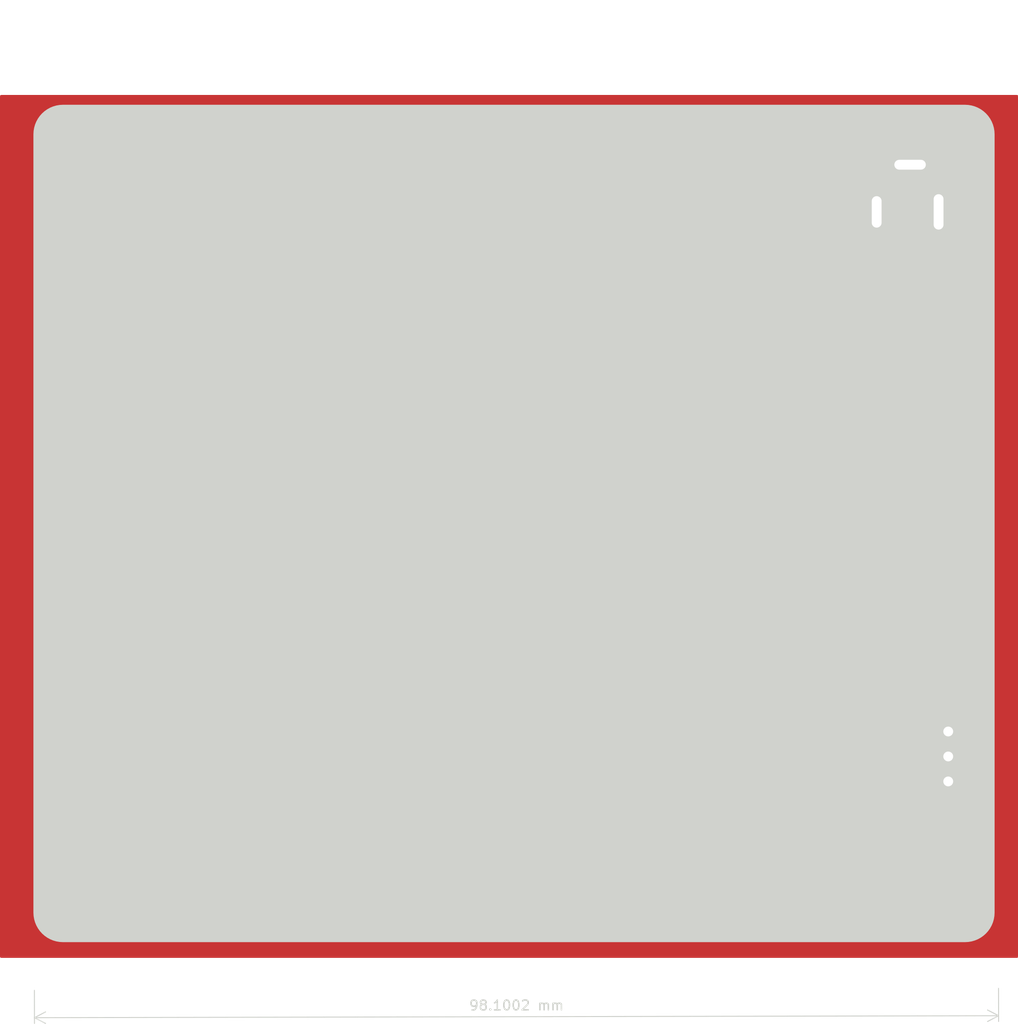
<source format=kicad_pcb>
(kicad_pcb
	(version 20240108)
	(generator "pcbnew")
	(generator_version "8.0")
	(general
		(thickness 1.6)
		(legacy_teardrops no)
	)
	(paper "A4")
	(layers
		(0 "F.Cu" signal)
		(31 "B.Cu" signal)
		(32 "B.Adhes" user "B.Adhesive")
		(33 "F.Adhes" user "F.Adhesive")
		(34 "B.Paste" user)
		(35 "F.Paste" user)
		(36 "B.SilkS" user "B.Silkscreen")
		(37 "F.SilkS" user "F.Silkscreen")
		(38 "B.Mask" user)
		(39 "F.Mask" user)
		(40 "Dwgs.User" user "User.Drawings")
		(41 "Cmts.User" user "User.Comments")
		(42 "Eco1.User" user "User.Eco1")
		(43 "Eco2.User" user "User.Eco2")
		(44 "Edge.Cuts" user)
		(45 "Margin" user)
		(46 "B.CrtYd" user "B.Courtyard")
		(47 "F.CrtYd" user "F.Courtyard")
		(48 "B.Fab" user)
		(49 "F.Fab" user)
		(50 "User.1" user)
		(51 "User.2" user)
		(52 "User.3" user)
		(53 "User.4" user)
		(54 "User.5" user)
		(55 "User.6" user)
		(56 "User.7" user)
		(57 "User.8" user)
		(58 "User.9" user)
	)
	(setup
		(pad_to_mask_clearance 0)
		(allow_soldermask_bridges_in_footprints no)
		(pcbplotparams
			(layerselection 0x0001000_7fffffff)
			(plot_on_all_layers_selection 0x0000000_00000000)
			(disableapertmacros no)
			(usegerberextensions no)
			(usegerberattributes yes)
			(usegerberadvancedattributes yes)
			(creategerberjobfile yes)
			(dashed_line_dash_ratio 12.000000)
			(dashed_line_gap_ratio 3.000000)
			(svgprecision 4)
			(plotframeref no)
			(viasonmask yes)
			(mode 1)
			(useauxorigin no)
			(hpglpennumber 1)
			(hpglpenspeed 20)
			(hpglpendiameter 15.000000)
			(pdf_front_fp_property_popups yes)
			(pdf_back_fp_property_popups yes)
			(dxfpolygonmode yes)
			(dxfimperialunits yes)
			(dxfusepcbnewfont yes)
			(psnegative no)
			(psa4output no)
			(plotreference yes)
			(plotvalue yes)
			(plotfptext yes)
			(plotinvisibletext no)
			(sketchpadsonfab no)
			(subtractmaskfromsilk no)
			(outputformat 1)
			(mirror no)
			(drillshape 0)
			(scaleselection 1)
			(outputdirectory "gerberfiles/")
		)
	)
	(net 0 "")
	(net 1 "GND")
	(net 2 "+5V")
	(net 3 "/REFIN")
	(net 4 "+24V")
	(net 5 "Net-(U1-~LDAC)")
	(net 6 "Net-(U1-~CLR)")
	(net 7 "+3.3V")
	(net 8 "unconnected-(U1-NC_3-Pad2)")
	(net 9 "unconnected-(U1-BIN{slash}~2SCOMP-Pad5)")
	(net 10 "unconnected-(U1-NC_4-Pad6)")
	(net 11 "/SS")
	(net 12 "/SCK")
	(net 13 "/COPI")
	(net 14 "unconnected-(U1-NC_2-Pad12)")
	(net 15 "unconnected-(U1-NC-Pad13)")
	(net 16 "/CIPO")
	(net 17 "unconnected-(U1-VOUTD-Pad22)")
	(net 18 "/12V")
	(net 19 "unconnected-(U2-TP-Pad1)")
	(net 20 "unconnected-(U2-NC-Pad3)")
	(net 21 "unconnected-(U2-TRIM-Pad5)")
	(net 22 "unconnected-(U2-NC-Pad7)")
	(net 23 "unconnected-(U2-TP-Pad8)")
	(net 24 "Net-(J5-Pin_18)")
	(net 25 "Net-(J5-Pin_5)")
	(net 26 "Net-(J5-Pin_19)")
	(net 27 "Net-(J5-Pin_6)")
	(net 28 "Net-(J5-Pin_13)")
	(net 29 "Net-(J5-Pin_7)")
	(net 30 "Net-(J5-Pin_20)")
	(net 31 "Net-(J5-Pin_3)")
	(net 32 "Net-(J5-Pin_9)")
	(net 33 "Net-(J5-Pin_1)")
	(net 34 "Net-(J5-Pin_14)")
	(net 35 "Net-(J5-Pin_8)")
	(net 36 "Net-(J5-Pin_15)")
	(net 37 "Net-(J5-Pin_10)")
	(net 38 "Net-(J5-Pin_11)")
	(net 39 "Net-(J5-Pin_17)")
	(net 40 "Net-(J5-Pin_4)")
	(net 41 "Net-(J5-Pin_2)")
	(net 42 "Net-(J5-Pin_16)")
	(net 43 "Net-(J5-Pin_12)")
	(net 44 "Net-(J6-Pin_13)")
	(net 45 "Net-(J6-Pin_12)")
	(net 46 "Net-(J6-Pin_10)")
	(net 47 "Net-(J6-Pin_14)")
	(net 48 "Net-(J1-Pin_3)")
	(net 49 "Net-(J2-Pin_3)")
	(net 50 "Net-(J3-Pin_3)")
	(net 51 "Net-(J6-Pin_2)")
	(net 52 "Net-(J6-Pin_15)")
	(net 53 "Net-(J6-Pin_18)")
	(net 54 "Net-(J6-Pin_11)")
	(net 55 "Net-(J6-Pin_7)")
	(net 56 "Net-(J6-Pin_9)")
	(net 57 "Net-(J6-Pin_8)")
	(net 58 "Net-(J6-Pin_6)")
	(net 59 "Net-(J6-Pin_4)")
	(footprint "Capacitor_SMD:C_0805_2012Metric_Pad1.18x1.45mm_HandSolder" (layer "F.Cu") (at 155.1375 113.5))
	(footprint "Connector_PinHeader_2.54mm:PinHeader_1x20_P2.54mm_Vertical_SMD_Pin1Left" (layer "F.Cu") (at 173.285 85.37))
	(footprint "Capacitor_SMD:C_0805_2012Metric_Pad1.18x1.45mm_HandSolder" (layer "F.Cu") (at 172 134.9))
	(footprint "fab:PinHeader_1x12_P2.54mm_Vertical_SMD_adapter" (layer "F.Cu") (at 196.97 91.315 -90))
	(footprint "Connector_PinHeader_2.54mm:PinHeader_1x20_P2.54mm_Vertical_SMD_Pin1Left" (layer "F.Cu") (at 133.145 85.39))
	(footprint "fab:PinHeader_1x04_P2.54mm_Vertical_SMD_adapter" (layer "F.Cu") (at 148.86 128.0675 -90))
	(footprint "Connector_PinHeader_2.54mm:PinHeader_1x03_P2.54mm_Vertical_SMD_Pin1Left" (layer "F.Cu") (at 219.7 106.4 -90))
	(footprint "Resistor_SMD:R_0805_2012Metric_Pad1.20x1.40mm_HandSolder" (layer "F.Cu") (at 188 85.2 90))
	(footprint "Capacitor_SMD:C_0805_2012Metric_Pad1.18x1.45mm_HandSolder" (layer "F.Cu") (at 171.9 131.2))
	(footprint "Capacitor_SMD:C_0805_2012Metric_Pad1.18x1.45mm_HandSolder" (layer "F.Cu") (at 155.175 117.5))
	(footprint "Connector_PinHeader_2.54mm:PinHeader_1x03_P2.54mm_Vertical_SMD_Pin1Left" (layer "F.Cu") (at 208.4 81 -90))
	(footprint "Resistor_SMD:R_0805_2012Metric_Pad1.20x1.40mm_HandSolder" (layer "F.Cu") (at 185.9 71.4 180))
	(footprint "Connector_PinHeader_2.54mm:PinHeader_1x03_P2.54mm_Vertical_SMD_Pin1Left" (layer "F.Cu") (at 219.8 89.255 -90))
	(footprint "fab:Button_Omron_B3SN_6.0x6.0mm" (layer "F.Cu") (at 183 63.8 90))
	(footprint "fab:RaspberryPi_PicoW_SocketSMD" (layer "F.Cu") (at 155.76 85.4))
	(footprint "Converter_DCDC:Converter_DCDC_TRACO_TSR-1_THT" (layer "B.Cu") (at 221.0825 121.5675 -90))
	(footprint "DCJ200-10-A-XX-K_REVA:GCT_DCJ200-10-A-XX-K_REVA" (layer "B.Cu") (at 213.55 68.7 90))
	(dimension
		(type aligned)
		(layer "Edge.Cuts")
		(uuid "c4735856-8480-4641-972e-5d1da681e666")
		(pts
			(xy 128.1 147.4) (xy 226.2 147.2)
		)
		(height 3.286603)
		(gr_text "98,1002 mm"
			(at 177.154356 149.436598 0.1168108056)
			(layer "Edge.Cuts")
			(uuid "c4735856-8480-4641-972e-5d1da681e666")
			(effects
				(font
					(size 1 1)
					(thickness 0.15)
				)
			)
		)
		(format
			(prefix "")
			(suffix "")
			(units 3)
			(units_format 1)
			(precision 4)
		)
		(style
			(thickness 0.1)
			(arrow_length 1.27)
			(text_position_mode 0)
			(extension_height 0.58642)
			(extension_offset 0.5) keep_text_aligned)
	)
	(segment
		(start 163 66.35)
		(end 171.6 66.35)
		(width 1)
		(layer "F.Cu")
		(net 1)
		(uuid "0e33d031-374b-430c-99f1-5b0f57da8042")
	)
	(segment
		(start 171.6 66.35)
		(end 171.63 66.32)
		(width 1)
		(layer "F.Cu")
		(net 1)
		(uuid "d2967480-a0c0-4346-b94f-2a6a98e312a2")
	)
	(segment
		(start 171.49 66.46)
		(end 171.63 66.32)
		(width 0.6)
		(layer "F.Cu")
		(net 1)
		(uuid "da629ae8-d365-4480-8fe0-d2e72bc64c87")
	)
	(segment
		(start 158.63 61.27)
		(end 156.2125 63.6875)
		(width 1)
		(layer "F.Cu")
		(net 2)
		(uuid "00d453d4-42a0-4461-80cf-f23f60c23860")
	)
	(segment
		(start 171.6 61.27)
		(end 171.63 61.24)
		(width 1)
		(layer "F.Cu")
		(net 2)
		(uuid "0a20af1c-de81-4685-a9f0-35be41675f0a")
	)
	(segment
		(start 156.2125 126.825)
		(end 153.315 129.7225)
		(width 1)
		(layer "F.Cu")
		(net 2)
		(uuid "3f62c2c4-bd48-48b8-8f70-21d39539e3cf")
	)
	(segment
		(start 156.2125 117.5)
		(end 156.2125 126.825)
		(width 1)
		(layer "F.Cu")
		(net 2)
		(uuid "69b5b6ff-d8d2-4274-8d5b-b311a2d6eabc")
	)
	(segment
		(start 150.13 129.7225)
		(end 153.315 129.7225)
		(width 1)
		(layer "F.Cu")
		(net 2)
		(uuid "6f6db621-4153-432e-9370-3285e79db1d8")
	)
	(segment
		(start 163 61.27)
		(end 158.63 61.27)
		(width 1)
		(layer "F.Cu")
		(net 2)
		(uuid "746559be-32ce-4a24-837e-21c0f152be7f")
	)
	(segment
		(start 171.49 61.38)
		(end 171.63 61.24)
		(width 0.6)
		(layer "F.Cu")
		(net 2)
		(uuid "83b1fea8-c23d-4155-b55d-6724ade96eb0")
	)
	(segment
		(start 163 61.27)
		(end 171.6 61.27)
		(width 1)
		(layer "F.Cu")
		(net 2)
		(uuid "92011605-0c6f-424a-b3a7-7b48064827b4")
	)
	(segment
		(start 156.2125 113.5375)
		(end 156.175 113.5)
		(width 0.6)
		(layer "F.Cu")
		(net 2)
		(uuid "9b14e493-6efd-400d-9a2e-b58094f8f76b")
	)
	(segment
		(start 156.2125 63.6875)
		(end 156.2125 115.2)
		(width 1)
		(layer "F.Cu")
		(net 2)
		(uuid "af8e8c08-d84b-4a42-bcee-c7ef6c6eea0c")
	)
	(segment
		(start 156.2125 115.2)
		(end 156.2125 113.5375)
		(width 1)
		(layer "F.Cu")
		(net 2)
		(uuid "bae13eb7-1c9a-4608-a18b-a454fa9eb51b")
	)
	(segment
		(start 156.2125 117.5)
		(end 156.2125 115.2)
		(width 1)
		(layer "F.Cu")
		(net 2)
		(uuid "dc545613-6575-4096-9695-82c472d27425")
	)
	(segment
		(start 147.59 134.0325)
		(end 147.59 138.7575)
		(width 1)
		(layer "F.Cu")
		(net 3)
		(uuid "326a194e-3d58-4044-bfc6-0886bf38af40")
	)
	(segment
		(start 173.0375 134.58625)
		(end 172.9725 134.52125)
		(width 0.6)
		(layer "F.Cu")
		(net 3)
		(uuid "3ba6d6b8-e357-4791-b4a3-8a8483a88ced")
	)
	(segment
		(start 149.3325 140.5)
		(end 168.2 140.5)
		(width 1)
		(layer "F.Cu")
		(net 3)
		(uuid "456c9f73-bfde-4fcb-82cb-86d9c9d074ce")
	)
	(segment
		(start 173.0375 134.9)
		(end 173.0375 134.58625)
		(width 0.6)
		(layer "F.Cu")
		(net 3)
		(uuid "46eebbd8-4ae2-4bb0-b7ff-e8d053f8c5d2")
	)
	(segment
		(start 193.16 117.402742)
		(end 179.362742 131.2)
		(width 1)
		(layer "F.Cu")
		(net 3)
		(uuid "49780a2b-4fbc-42dd-b714-b1795db85f8f")
	)
	(segment
		(start 179.362742 131.2)
		(end 172.9375 131.2)
		(width 1)
		(layer "F.Cu")
		(net 3)
		(uuid "4ea1476a-e74a-40b9-a51f-6db608349d81")
	)
	(segment
		(start 172.9375 135.7625)
		(end 172.9375 131.2)
		(width 1)
		(layer "F.Cu")
		(net 3)
		(uuid "5874b1d1-1d18-4fd7-b10d-c2111b7b2907")
	)
	(segment
		(start 168.2 140.5)
		(end 172.9375 135.7625)
		(width 1)
		(layer "F.Cu")
		(net 3)
		(uuid "8f9c7054-b03f-411c-9d41-eca9304ed1f9")
	)
	(segment
		(start 193.16 104.9)
		(end 193.16 117.402742)
		(width 1)
		(layer "F.Cu")
		(net 3)
		(uuid "c32578a7-7ede-475a-8dd9-88b305889187")
	)
	(segment
		(start 147.59 138.7575)
		(end 149.3325 140.5)
		(width 1)
		(layer "F.Cu")
		(net 3)
		(uuid "f3edf2c4-1fae-4450-ba9a-896e6c0429cc")
	)
	(segment
		(start 220.1 70.185)
		(end 220.1 68.7)
		(width 1)
		(layer "F.Cu")
		(net 4)
		(uuid "090fd53a-976b-41d4-ba4c-5f8aba2ff2ba")
	)
	(segment
		(start 220.1 85.36)
		(end 222.34 87.6)
		(width 1)
		(layer "F.Cu")
		(net 4)
		(uuid "0a779bcb-e1d5-4612-b380-829aa1b71f05")
	)
	(segment
		(start 222.24 104.745)
		(end 222.24 103.96)
		(width 1)
		(layer "F.Cu")
		(net 4)
		(uuid "1488db5f-3f80-4efd-b7c5-2a658d5fb7c8")
	)
	(segment
		(start 222.24 103.96)
		(end 222.34 103.86)
		(width 1)
		(layer "F.Cu")
		(net 4)
		(uuid "2145c8a6-6e66-4474-9c59-69fd0dd6cf16")
	)
	(segment
		(start 222.24 120.41)
		(end 222.24 104.745)
		(width 1)
		(layer "F.Cu")
		(net 4)
		(uuid "2bcb2b35-687d-4b06-bf3c-66f5bee32082")
	)
	(segment
		(start 210.94 79.345)
		(end 216.8925 73.3925)
		(width 1)
		(layer "F.Cu")
		(net 4)
		(uuid "2cef9c86-8f83-4efa-8f5d-57ecb9939955")
	)
	(segment
		(start 216.8925 73.3925)
		(end 220.1 70.185)
		(width 1)
		(layer "F.Cu")
		(net 4)
		(uuid "6c4295ab-c8f6-4260-9ba3-edea946ba39c")
	)
	(segment
		(start 221.0825 121.5675)
		(end 222.24 120.41)
		(width 1)
		(layer "F.Cu")
		(net 4)
		(uuid "7f644558-e45a-4e29-9c3a-4560b90295c5")
	)
	(segment
		(start 220.1 68.7)
		(end 220.1 85.36)
		(width 1)
		(layer "F.Cu")
		(net 4)
		(uuid "c4a1960f-72f2-48ba-ba96-a24c1fe6b93b")
	)
	(segment
		(start 222.34 103.86)
		(end 222.34 87.6)
		(width 1)
		(layer "F.Cu")
		(net 4)
		(uuid "dd951ea0-5a14-4f16-8e07-f4284583f5c8")
	)
	(segment
		(start 188 86.2)
		(end 188 89.58)
		(width 1)
		(layer "F.Cu")
		(net 5)
		(uuid "20157f31-72cf-4ec0-b82e-1e859d4ccc07")
	)
	(segment
		(start 188 89.58)
		(end 188.08 89.66)
		(width 1)
		(layer "F.Cu")
		(net 5)
		(uuid "b2fc5bb1-a8b1-41f6-a52e-041ae7407605")
	)
	(segment
		(start 185.54 81.86)
		(end 185.54 92.97)
		(width 1)
		(layer "F.Cu")
		(net 6)
		(uuid "10f6a410-f8c9-455c-8c34-2159df30d8a1")
	)
	(segment
		(start 186.9 71.4)
		(end 186.9 80.5)
		(width 1)
		(layer "F.Cu")
		(net 6)
		(uuid "b14806df-17aa-4c46-89a6-ab35946e0a4d")
	)
	(segment
		(start 186.9 80.5)
		(end 185.54 81.86)
		(width 1)
		(layer "F.Cu")
		(net 6)
		(uuid "e8da8c08-438a-46f9-a225-93f4e71935d0")
	)
	(segment
		(start 185 67.3)
		(end 185 71.7)
		(width 1)
		(layer "F.Cu")
		(net 7)
		(uuid "0f49476b-d566-4d8a-afb7-cf5edb4d0887")
	)
	(segment
		(start 171.6 71.43)
		(end 171.63 71.4)
		(width 1)
		(layer "F.Cu")
		(net 7)
		(uuid "267d787b-b4c7-4f5a-a2ac-c7713d75884f")
	)
	(segment
		(start 163.18 71.29)
		(end 163.04 71.43)
		(width 0.6)
		(layer "F.Cu")
		(net 7)
		(uuid "2d192d73-0489-40ab-8316-c083f94c0287")
	)
	(segment
		(start 163 71.43)
		(end 171.6 71.43)
		(width 1)
		(layer "F.Cu")
		(net 7)
		(uuid "32e1963b-56b9-4b7f-817a-e91b87ed350d")
	)
	(segment
		(start 178.95 114.8)
		(end 163 114.8)
		(width 1)
		(layer "F.Cu")
		(net 7)
		(uuid "6763e830-f353-4c5f-af11-68b90f44864c")
	)
	(segment
		(start 171.63 71.4)
		(end 184.9 71.4)
		(width 1)
		(layer "F.Cu")
		(net 7)
		(uuid "763fd000-19fc-4c75-94f8-5f1e86e7de95")
	)
	(segment
		(start 163 114.8)
		(end 159 110.8)
		(width 1)
		(layer "F.Cu")
		(net 7)
		(uuid "78288684-1acd-4038-a350-c9fc6a049c64")
	)
	(segment
		(start 185 67.3)
		(end 185 60.3)
		(width 1)
		(layer "F.Cu")
		(net 7)
		(uuid "7b9d97e8-8eee-430e-a041-44e0c2d7a25e")
	)
	(segment
		(start 184.84 71.34)
		(end 184.9 71.4)
		(width 1)
		(layer "F.Cu")
		(net 7)
		(uuid "8097016b-5023-4456-ae0f-0180f8fa0a4f")
	)
	(segment
		(start 159 110.8)
		(end 159 73.2)
		(width 1)
		(layer "F.Cu")
		(net 7)
		(uuid "905c2e66-80ce-48ee-a379-6cdd79c06703")
	)
	(segment
		(start 185.54 108.21)
		(end 178.95 114.8)
		(width 1)
		(layer "F.Cu")
		(net 7)
		(uuid "9954b115-35a9-415a-a0bb-a3fd4101f2c3")
	)
	(segment
		(start 160.77 71.43)
		(end 163 71.43)
		(width 1)
		(layer "F.Cu")
		(net 7)
		(uuid "9ce2ffb3-e062-4a01-acac-33b30684d212")
	)
	(segment
		(start 159 73.2)
		(end 160.77 71.43)
		(width 1)
		(layer "F.Cu")
		(net 7)
		(uuid "f88f5ce7-c0d6-4b3c-a7d9-8c39df6dfcb0")
	)
	(segment
		(start 193.4 100.4)
		(end 180.6 100.4)
		(width 1)
		(layer "F.Cu")
		(net 11)
		(uuid "0a4740e8-3d7f-4339-8a8c-b7f65107950f")
	)
	(segment
		(start 195.7 92.97)
		(end 195.7 98.1)
		(width 1)
		(layer "F.Cu")
		(net 11)
		(uuid "2286ec84-b8ee-4160-b710-e44c4e68a1d2")
	)
	(segment
		(start 177.94 106.96)
		(end 171.63 106.96)
		(width 1)
		(layer "F.Cu")
		(net 11)
		(uuid "777f79d0-79d6-4675-80e7-7898bbf2adb4")
	)
	(segment
		(start 178.9 106)
		(end 177.94 106.96)
		(width 1)
		(layer "F.Cu")
		(net 11)
		(uuid "87c47855-9617-46c0-a7ae-a9b693dbaac9")
	)
	(segment
		(start 180.6 100.4)
		(end 178.9 102.1)
		(width 1)
		(layer "F.Cu")
		(net 11)
		(uuid "9529c3ab-ac56-42c9-80fb-79c228cbf118")
	)
	(segment
		(start 163.18 106.85)
		(end 163.04 106.99)
		(width 0.6)
		(layer "F.Cu")
		(net 11)
		(uuid "e2c9c49a-c4b9-4709-986b-f409c171e4b7")
	)
	(segment
		(start 178.9 102.1)
		(end 178.9 106)
		(width 1)
		(layer "F.Cu")
		(net 11)
		(uuid "e991a226-2ee8-47ab-89bf-eaf051e84520")
	)
	(segment
		(start 195.7 98.1)
		(end 193.4 100.4)
		(width 1)
		(layer "F.Cu")
		(net 11)
		(uuid "f9006c14-b38b-4dee-b291-f34b9de01ddf")
	)
	(segment
		(start 163 106.99)
		(end 171.6 106.99)
		(width 1)
		(layer "F.Cu")
		(net 11)
		(uuid "fd733e68-b539-4dc0-9c93-1870fdfd3313")
	)
	(segment
		(start 171.6 106.99)
		(end 171.63 106.96)
		(width 1)
		(layer "F.Cu")
		(net 11)
		(uuid "fe71c9f4-0101-4f5b-8b6b-d929477cb9b5")
	)
	(segment
		(start 171.6 101.91)
		(end 171.63 101.88)
		(width 1)
		(layer "F.Cu")
		(net 12)
		(uuid "40334594-b59d-416c-820c-c6cfdcb9a831")
	)
	(segment
		(start 176.355 101.88)
		(end 179.435 98.8)
		(width 1)
		(layer "F.Cu")
		(net 12)
		(uuid "5c46bc1a-e465-4435-9e43-390cadf6122c")
	)
	(segment
		(start 193.16 95.84)
		(end 193.16 89.66)
		(width 1)
		(layer "F.Cu")
		(net 12)
		(uuid "98675d6e-11a2-4769-a45d-bfb524451921")
	)
	(segment
		(start 163 101.91)
		(end 171.6 101.91)
		(width 1)
		(layer "F.Cu")
		(net 12)
		(uuid "9c533b36-870b-4d2e-b067-179525921c1a")
	)
	(segment
		(start 179.435 98.8)
		(end 190.2 98.8)
		(width 1)
		(layer "F.Cu")
		(net 12)
		(uuid "ada0d063-b65f-4f82-8ea3-35d104e9f908")
	)
	(segment
		(start 163.18 101.77)
		(end 163.04 101.91)
		(width 0.6)
		(layer "F.Cu")
		(net 12)
		(uuid "bd718598-58d3-43a5-bed8-2e65e9e767f4")
	)
	(segment
		(start 190.2 98.8)
		(end 193.16 95.84)
		(width 1)
		(layer "F.Cu")
		(net 12)
		(uuid "f4a760c7-4331-414c-b024-45f5d83fb50d")
	)
	(segment
		(start 171.63 101.88)
		(end 176.355 101.88)
		(width 1)
		(layer "F.Cu")
		(net 12)
		(uuid "fb8db5fe-c99c-4eeb-bac8-4ad9aff13d5d")
	)
	(segment
		(start 172 99.37)
		(end 174.91 99.37)
		(width 1)
		(layer "F.Cu")
		(net 13)
		(uuid "06aee24f-3bac-4c74-8b7a-1ea59ad40e37")
	)
	(segment
		(start 174.8 99.48)
		(end 174.94 99.34)
		(width 0.6)
		(layer "F.Cu")
		(net 13)
		(uuid "0714e0e9-ce4d-429c-9123-35c6a1e109ac")
	)
	(segment
		(start 177.38 96.9)
		(end 174.94 99.34)
		(width 1)
		(layer "F.Cu")
		(net 13)
		(uuid "23d09073-d625-44f1-b56f-b5b30bd2a4b4")
	)
	(segment
		(start 190.62 95.08)
		(end 188.8 96.9)
		(width 1)
		(layer "F.Cu")
		(net 13)
		(uuid "2f021b42-ab09-40d1-9e2c-09494dd7ec40")
	)
	(segment
		(start 188.8 96.9)
		(end 177.38 96.9)
		(width 1)
		(layer "F.Cu")
		(net 13)
		(uuid "5e9f0d2f-1509-484a-9bcb-ac555d29e621")
	)
	(segment
		(start 190.62 92.97)
		(end 190.62 95.08)
		(width 1)
		(layer "F.Cu")
		(net 13)
		(uuid "686851fe-3e19-4325-ba6a-8f94e6aac7a0")
	)
	(segment
		(start 166.3 99.37)
		(end 172 99.37)
		(width 1)
		(layer "F.Cu")
		(net 13)
		(uuid "d94a6516-b609-4372-8d21-05c679dc9a6c")
	)
	(segment
		(start 174.91 99.37)
		(end 174.94 99.34)
		(width 1)
		(layer "F.Cu")
		(net 13)
		(uuid "e8245499-d5d5-4164-9fbd-0ea85a63c7ba")
	)
	(segment
		(start 181.3 102)
		(end 180.5 102.8)
		(width 1)
		(layer "F.Cu")
		(net 16)
		(uuid "06a4fd6b-6e3e-446f-99c2-c04d02f03016")
	)
	(segment
		(start 179.2 109.5)
		(end 174.94 109.5)
		(width 1)
		(layer "F.Cu")
		(net 16)
		(uuid "33a79ab7-ef4b-4a7d-9db0-ac681712c8ad")
	)
	(segment
		(start 166.3 109.53)
		(end 174.91 109.53)
		(width 1)
		(layer "F.Cu")
		(net 16)
		(uuid "5570f245-f614-48e3-983b-1ea6d0fe4981")
	)
	(segment
		(start 180.5 102.8)
		(end 180.5 108.2)
		(width 1)
		(layer "F.Cu")
		(net 16)
		(uuid "6cfe21bb-3faf-44e7-8dc0-12e136645607")
	)
	(segment
		(start 190.62 108.21)
		(end 190.62 102.72)
		(width 1)
		(layer "F.Cu")
		(net 16)
		(uuid "942e2ee9-73be-48c0-868b-ab10ccb954f2")
	)
	(segment
		(start 180.5 108.2)
		(end 179.2 109.5)
		(width 1)
		(layer "F.Cu")
		(net 16)
		(uuid "944ed70a-323d-468a-b4ad-18e138bc12b0")
	)
	(segment
		(start 190.62 102.72)
		(end 189.9 102)
		(width 1)
		(layer "F.Cu")
		(net 16)
		(uuid "949768db-e6f6-4c20-938c-61fd275fb568")
	)
	(segment
		(start 189.9 102)
		(end 181.3 102)
		(width 1)
		(layer "F.Cu")
		(net 16)
		(uuid "e1a97564-fc81-4909-b322-698b1768d4ec")
	)
	(segment
		(start 210.94 120.165)
		(end 210.94 108.21)
		(width 1)
		(layer "F.Cu")
		(net 18)
		(uuid "208d8801-ac56-4d23-8259-c551eb39a6f9")
	)
	(segment
		(start 217.4225 126.6475)
		(end 210.94 120.165)
		(width 1)
		(layer "F.Cu")
		(net 18)
		(uuid "68e118e6-f8b1-44f4-b2b6-9bcd753d7a70")
	)
	(segment
		(start 221.0825 126.6475)
		(end 217.4225 126.6475)
		(width 1)
		(layer "F.Cu")
		(net 18)
		(uuid "d7dfa0e2-ec37-48bf-92a8-33ad2f3c4b9b")
	)
	(segment
		(start 134.81 104.45)
		(end 134.8 104.44)
		(width 0.6)
		(layer "F.Cu")
		(net 24)
		(uuid "c52f19b5-ff40-4193-808d-9ede2d804a57")
	)
	(segment
		(start 145.26 104.45)
		(end 134.81 104.45)
		(width 1)
		(layer "F.Cu")
		(net 24)
		(uuid "d6f64dd4-99ee-4c75-b41c-19be65bd15ee")
	)
	(segment
		(start 131.49 71.42)
		(end 148.68 71.42)
		(width 1)
		(layer "F.Cu")
		(net 25)
		(uuid "5ad02ee4-eb4d-4e15-b3f5-a85cd0a23258")
	)
	(segment
		(start 131.49 106.98)
		(end 148.55 106.98)
		(width 1)
		(layer "F.Cu")
		(net 26)
		(uuid "ce3304f2-486c-4bd4-b41f-05333966fabc")
	)
	(segment
		(start 148.55 106.98)
		(end 148.56 106.99)
		(width 0.6)
		(layer "F.Cu")
		(net 26)
		(uuid "fc87fda3-2ee9-43b4-a1e3-2cb9e162c29c")
	)
	(segment
		(start 145.25 73.96)
		(end 145.26 73.97)
		(width 0.6)
		(layer "F.Cu")
		(net 27)
		(uuid "6d4244a2-212d-4660-9eea-a291580ec8e9")
	)
	(segment
		(start 134.8 73.96)
		(end 145.25 73.96)
		(width 1)
		(layer "F.Cu")
		(net 27)
		(uuid "b178b389-e827-41b7-9cec-40819b2cbd24")
	)
	(segment
		(start 148.55 91.74)
		(end 148.56 91.75)
		(width 0.6)
		(layer "F.Cu")
		(net 28)
		(uuid "93aaa684-208e-42f4-9600-1ff46ddef97a")
	)
	(segment
		(start 131.49 91.74)
		(end 148.55 91.74)
		(width 1)
		(layer "F.Cu")
		(net 28)
		(uuid "9aee25f3-98c6-4848-a953-85d46a05cdc0")
	)
	(segment
		(start 148.56 76.51)
		(end 131.5 76.51)
		(width 1)
		(layer "F.Cu")
		(net 29)
		(uuid "3ab1b2d8-0212-4494-98d6-5b26f2b04ef7")
	)
	(segment
		(start 131.5 76.51)
		(end 131.49 76.5)
		(width 0.6)
		(layer "F.Cu")
		(net 29)
		(uuid "dda8b1ee-4d08-4e6c-a9cb-bd1351737a54")
	)
	(segment
		(start 134.81 109.53)
		(end 134.8 109.52)
		(width 0.6)
		(layer "F.Cu")
		(net 30)
		(uuid "4621d337-3d05-4853-83c2-f1d0afdd8826")
	)
	(segment
		(start 145.26 109.53)
		(end 134.81 109.53)
		(width 1)
		(layer "F.Cu")
		(net 30)
		(uuid "95a75975-d7ff-4ca8-b228-582ee6426da1")
	)
	(segment
		(start 131.49 66.34)
		(end 148.55 66.34)
		(width 1)
		(layer "F.Cu")
		(net 31)
		(uuid "81e9acbc-b561-4f7d-8bb8-9e60d6d82005")
	)
	(segment
		(start 148.55 66.34)
		(end 148.56 66.35)
		(width 0.6)
		(layer "F.Cu")
		(net 31)
		(uuid "cad90ffd-b752-430d-b69e-f90557853e15")
	)
	(segment
		(start 131.49 81.58)
		(end 148.55 81.58)
		(width 1)
		(layer "F.Cu")
		(net 32)
		(uuid "0b87bbae-1a93-4981-93c3-eb1ee93eec99")
	)
	(segment
		(start 148.55 81.58)
		(end 148.56 81.59)
		(width 0.6)
		(layer "F.Cu")
		(net 32)
		(uuid "4649cc65-d4a8-44ef-a7c1-40cbfa1319c2")
	)
	(segment
		(start 131.49 61.26)
		(end 148.55 61.26)
		(width 1)
		(layer "F.Cu")
		(net 33)
		(uuid "395416de-1844-4992-b3b5-09e22939ef65")
	)
	(segment
		(start 148.55 61.26)
		(end 148.56 61.27)
		(width 0.6)
		(layer "F.Cu")
		(net 33)
		(uuid "8f538fdd-d06e-453c-b4e8-2572c1ab836a")
	)
	(segment
		(start 134.81 94.29)
		(end 134.8 94.28)
		(width 0.6)
		(layer "F.Cu")
		(net 34)
		(uuid "199e6fa4-51d2-4555-920f-a1873e959491")
	)
	(segment
		(start 145.26 94.29)
		(end 134.81 94.29)
		(width 1)
		(layer "F.Cu")
		(net 34)
		(uuid "cab8e2cf-d856-4810-ade0-79ae5304745a")
	)
	(segment
		(start 145.25 79.04)
		(end 145.26 79.05)
		(width 0.6)
		(layer "F.Cu")
		(net 35)
		(uuid "08e1ac2a-47a5-4b96-8b4b-8b2a7cffb7b9")
	)
	(segment
		(start 134.8 79.04)
		(end 145.25 79.04)
		(width 1)
		(layer "F.Cu")
		(net 35)
		(uuid "592cdabf-bcca-487b-a08e-c700532f2f7e")
	)
	(segment
		(start 131.49 96.82)
		(end 148.55 96.82)
		(width 1)
		(layer "F.Cu")
		(net 36)
		(uuid "ac5acbe0-bb06-4702-913e-e769c51fa6ba")
	)
	(segment
		(start 148.55 96.82)
		(end 148.56 96.83)
		(width 0.6)
		(layer "F.Cu")
		(net 36)
		(uuid "e0c02d5e-636a-44b7-afed-0efd4e440a00")
	)
	(segment
		(start 145.26 84.13)
		(end 134.81 84.13)
		(width 1)
		(layer "F.Cu")
		(net 37)
		(uuid "65f8e9c2-6c49-430b-82b2-252e90d5efa4")
	)
	(segment
		(start 134.81 84.13)
		(end 134.8 84.12)
		(width 0.6)
		(layer "F.Cu")
		(net 37)
		(uuid "8625bdc6-04b0-4047-8bf3-7b0d6118974f")
	)
	(segment
		(start 131.49 86.66)
		(end 148.55 86.66)
		(width 1)
		(layer "F.Cu")
		(net 38)
		(uuid "b9c80613-5603-4bfe-8004-d5e4a34fed2c")
	)
	(segment
		(start 148.55 86.66)
		(end 148.56 86.67)
		(width 0.6)
		(layer "F.Cu")
		(net 38)
		(uuid "c5bf0eef-1f78-4159-990f-049c802b7023")
	)
	(segment
		(start 131.49 101.9)
		(end 147.6 101.9)
		(width 1)
		(layer "F.Cu")
		(net 39)
		(uuid "b414c148-58c8-4384-8d57-aa07e22aa933")
	)
	(segment
		(start 134.8 68.88)
		(end 145.25 68.88)
		(width 1)
		(layer "F.Cu")
		(net 40)
		(uuid "bd44be73-1209-4dd4-8dce-95327fac4af4")
	)
	(segment
		(start 145.25 68.88)
		(end 145.26 68.89)
		(width 0.6)
		(layer "F.Cu")
		(net 40)
		(uuid "dfde85a9-2a7a-44f3-b768-5437b0af0bb3")
	)
	(segment
		(start 145.25 63.8)
		(end 145.26 63.81)
		(width 0.6)
		(layer "F.Cu")
		(net 41)
		(uuid "85bd107f-6ca6-4660-8ef7-f0b1ac7a1dc7")
	)
	(segment
		(start 134.8 63.8)
		(end 145.25 63.8)
		(width 1)
		(layer "F.Cu")
		(net 41)
		(uuid "cbfc3366-2631-40b1-877c-1c2d4309a534")
	)
	(segment
		(start 145.26 99.37)
		(end 134.81 99.37)
		(width 1)
		(layer "F.Cu")
		(net 42)
		(uuid "d96867ec-25fa-4fdb-b56e-e1e14eda294d")
	)
	(segment
		(start 134.81 99.37)
		(end 134.8 99.36)
		(width 0.6)
		(layer "F.Cu")
		(net 42)
		(uuid "dbd974a1-25ac-4b7a-8fb9-2d1a30e4828c")
	)
	(segment
		(start 134.81 89.21)
		(end 134.8 89.2)
		(width 0.6)
		(layer "F.Cu")
		(net 43)
		(uuid "40f941ca-2892-4586-9727-09ffd8934c04")
	)
	(segment
		(start 145.26 89.21)
		(end 134.81 89.21)
		(width 1)
		(layer "F.Cu")
		(net 43)
		(uuid "64994b58-e728-420a-ba5a-553d58fecd49")
	)
	(segment
		(start 163 91.75)
		(end 171.6 91.75)
		(width 1)
		(layer "F.Cu")
		(net 44)
		(uuid "3e821a0f-e4eb-4586-9bb3-5042344ff818")
	)
	(segment
		(start 171.6 91.75)
		(end 171.63 91.72)
		(width 1)
		(layer "F.Cu")
		(net 44)
		(uuid "f2ce94ff-b950-4c46-a013-ffe05b55956c")
	)
	(segment
		(start 163.18 91.61)
		(end 163.04 91.75)
		(width 0.6)
		(layer "F.Cu")
		(net 44)
		(uuid "ffabcd8b-486d-4104-a6ff-52d672e3e4f3")
	)
	(segment
		(start 166.3 89.21)
		(end 174.91 89.21)
		(width 1)
		(layer "F.Cu")
		(net 45)
		(uuid "2bb6982c-de05-4710-8cec-79507e67b7f1")
	)
	(segment
		(start 174.91 89.21)
		(end 174.94 89.18)
		(width 1)
		(layer "F.Cu")
		(net 45)
		(uuid "5e8e9cf9-3db5-4fea-ad1b-b81bf4cac462")
	)
	(segment
		(start 174.8 89.32)
		(end 174.94 89.18)
		(width 0.6)
		(layer "F.Cu")
		(net 45)
		(uuid "6ecb85b2-2261-47a6-9f6b-d734b6048c06")
	)
	(segment
		(start 166.3 84.13)
		(end 174.91 84.13)
		(width 1)
		(layer "F.Cu")
		(net 46)
		(uuid "a0fd49d4-18b5-4ea0-b606-613a44940aea")
	)
	(segment
		(start 174.91 84.13)
		(end 174.94 84.1)
		(width 1)
		(layer "F.Cu")
		(net 46)
		(uuid "cf1c6295-c5c6-462f-b136-e29503223af9")
	)
	(segment
		(start 174.8 84.24)
		(end 174.94 84.1)
		(width 0.6)
		(layer "F.Cu")
		(net 46)
		(uuid "f7c755b9-1700-46bc-8959-39ef10037255")
	)
	(segment
		(start 174.8 94.4)
		(end 174.94 94.26)
		(width 0.6)
		(layer "F.Cu")
		(net 47)
		(uuid "4de8fbf1-291d-4a2f-8f8c-3b6086f422ae")
	)
	(segment
		(start 166.3 94.29)
		(end 174.91 94.29)
		(width 1)
		(layer "F.Cu")
		(net 47)
		(uuid "9cad5ce1-f20c-4e1d-ac0f-2adbaddd70f0")
	)
	(segment
		(start 174.91 94.29)
		(end 174.94 94.26)
		(width 1)
		(layer "F.Cu")
		(net 47)
		(uuid "ef36e66e-9f9e-4ea6-93ff-9a995c2c61a8")
	)
	(segment
		(start 205.86 79.345)
		(end 205.86 92.97)
		(width 1)
		(layer "F.Cu")
		(net 48)
		(uuid "1bb7f819-fc2c-414b-8c3f-2a176dec376a")
	)
	(segment
		(start 217.26 92.54)
		(end 211.8 98)
		(width 1)
		(layer "F.Cu")
		(net 49)
		(uuid "4236f263-027f-4202-97c9-faaffcc74e26")
	)
	(segment
		(start 203.32 96.42)
		(end 203.32 89.66)
		(width 1)
		(layer "F.Cu")
		(net 49)
		(uuid "58752aea-54fe-4cd9-bf4e-c4f9e2a66b59")
	)
	(segment
		(start 217.26 87.6)
		(end 217.26 92.54)
		(width 1)
		(layer "F.Cu")
		(net 49)
		(uuid "ec6bc38c-ea80-43b6-b9a4-f37b99444976")
	)
	(segment
		(start 211.8 98)
		(end 204.9 98)
		(width 1)
		(layer "F.Cu")
		(net 49)
		(uuid "f585f7c8-0f27-426a-bf20-9ddabfd4a8b1")
	)
	(segment
		(start 204.9 98)
		(end 203.32 96.42)
		(width 1)
		(layer "F.Cu")
		(net 49)
		(uuid "fcad5af7-e11c-49f1-88e7-fe1211ed63f5")
	)
	(segment
		(start 217.16 104.745)
		(end 208.555 104.745)
		(width 1)
		(layer "F.Cu")
		(net 50)
		(uuid "7b23f03b-ca53-4fe6-a1f2-827d2ac48098")
	)
	(segment
		(start 208.555 104.745)
		(end 208.4 104.9)
		(width 1)
		(layer "F.Cu")
		(net 50)
		(uuid "edef5e3b-d7ee-4870-8887-a761bc12d1ba")
	)
	(segment
		(start 166.3 63.81)
		(end 174.91 63.81)
		(width 1)
		(layer "F.Cu")
		(net 51)
		(uuid "24c0ac12-d078-44d9-a24a-28a8ab873d44")
	)
	(segment
		(start 174.8 63.92)
		(end 174.94 63.78)
		(width 0.6)
		(layer "F.Cu")
		(net 51)
		(uuid "81f2c6c4-9e55-4c12-8e7b-d839db2cf459")
	)
	(segment
		(start 174.91 63.81)
		(end 174.94 63.78)
		(width 1)
		(layer "F.Cu")
		(net 51)
		(uuid "c3a44122-67bb-4c58-b549-9460a377ceab")
	)
	(segment
		(start 171.6 96.83)
		(end 171.63 96.8)
		(width 1)
		(layer "F.Cu")
		(net 52)
		(uuid "2f5283a6-7bd9-491b-9ee6-790d2607411b")
	)
	(segment
		(start 163 96.83)
		(end 171.6 96.83)
		(width 1)
		(layer "F.Cu")
		(net 52)
		(uuid "9fb061a3-f61c-4b78-90d1-0dae9a2cf2df")
	)
	(segment
		(start 163.18 96.69)
		(end 163.04 96.83)
		(width 0.6)
		(layer "F.Cu")
		(net 52)
		(uuid "b7c9b789-adcb-4d1f-b8bf-45f93a9a7486")
	)
	(segment
		(start 166.3 104.45)
		(end 174.91 104.45)
		(width 1)
		(layer "F.Cu")
		(net 53)
		(uuid "523dcd20-de8b-4f51-ba86-629c95ea9502")
	)
	(segment
		(start 174.8 104.56)
		(end 174.94 104.42)
		(width 0.6)
		(layer "F.Cu")
		(net 53)
		(uuid "afc145b3-9ac6-403b-8c17-25fe6c29caed")
	)
	(segment
		(start 174.91 104.45)
		(end 174.94 104.42)
		(width 1)
		(layer "F.Cu")
		(net 53)
		(uuid "ec2c919f-b57a-4fd8-8a2d-22bbf398da65")
	)
	(segment
		(start 163 86.67)
		(end 171.6 86.67)
		(width 1)
		(layer "F.Cu")
		(net 54)
		(uuid "206547b5-7113-4fa2-82e8-ff0c933fe401")
	)
	(segment
		(start 171.6 86.67)
		(end 171.63 86.64)
		(width 1)
		(layer "F.Cu")
		(net 54)
		(uuid "3b30abc4-d8aa-4376-8c00-625f80954cf6")
	)
	(segment
		(start 163.18 86.53)
		(end 163.04 86.67)
		(width 0.6)
		(layer "F.Cu")
		(net 54)
		(uuid "4a5514f4-4457-4910-938e-af657a1eb87b")
	)
	(segment
		(start 163 76.51)
		(end 171.6 76.51)
		(width 1)
		(layer "F.Cu")
		(net 55)
		(uuid "2e6f2a7c-391a-42d1-8bcd-6c2cd627f379")
	)
	(segment
		(start 163.18 76.37)
		(end 163.04 76.51)
		(width 0.6)
		(layer "F.Cu")
		(net 55)
		(uuid "34a949fe-c10c-4ff9-9ea7-0d78ac637fc6")
	)
	(segment
		(start 171.6 76.51)
		(
... [151828 chars truncated]
</source>
